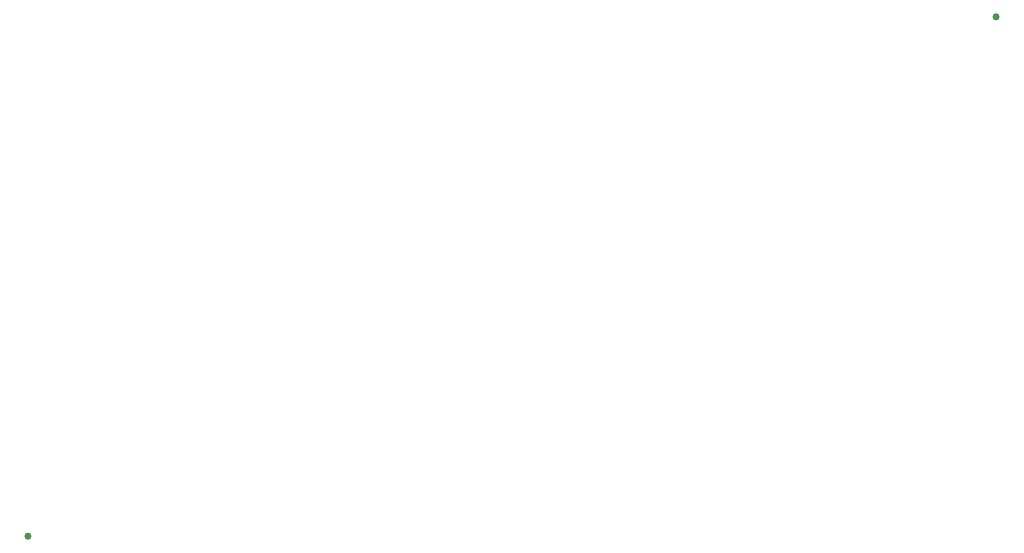
<source format=gbr>
G04 #@! TF.GenerationSoftware,KiCad,Pcbnew,5.0.2-bee76a0~70~ubuntu18.04.1*
G04 #@! TF.CreationDate,2019-06-21T08:31:23-07:00*
G04 #@! TF.ProjectId,aa-daughterboard-lvds,61612d64-6175-4676-9874-6572626f6172,rev?*
G04 #@! TF.SameCoordinates,Original*
G04 #@! TF.FileFunction,Paste,Bot*
G04 #@! TF.FilePolarity,Positive*
%FSLAX46Y46*%
G04 Gerber Fmt 4.6, Leading zero omitted, Abs format (unit mm)*
G04 Created by KiCad (PCBNEW 5.0.2-bee76a0~70~ubuntu18.04.1) date Fri 21 Jun 2019 08:31:23 AM PDT*
%MOMM*%
%LPD*%
G01*
G04 APERTURE LIST*
%ADD10C,1.275080*%
G04 APERTURE END LIST*
D10*
G04 #@! TO.C,FD6*
X226060000Y-53340000D03*
G04 #@! TD*
G04 #@! TO.C,FD5*
X55880000Y-144780000D03*
G04 #@! TD*
M02*

</source>
